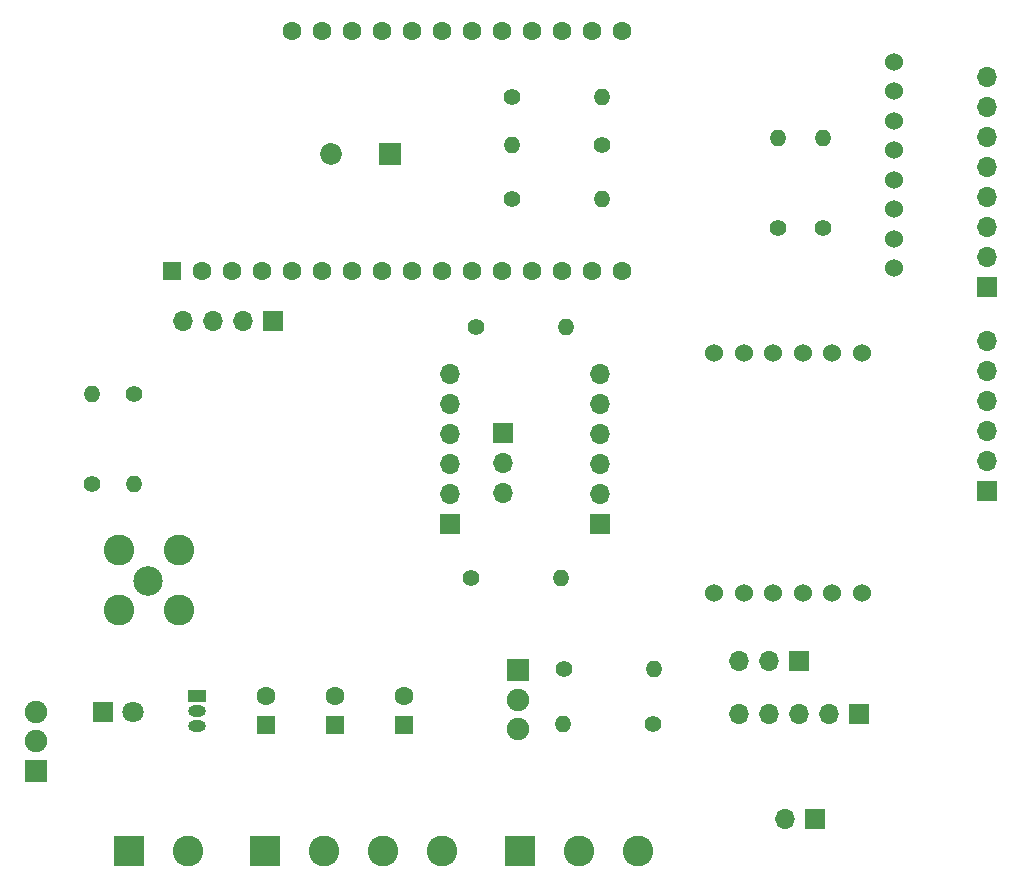
<source format=gbr>
%TF.GenerationSoftware,KiCad,Pcbnew,6.0.11-2627ca5db0~126~ubuntu22.04.1*%
%TF.CreationDate,2023-07-23T23:03:52-04:00*%
%TF.ProjectId,sweet-p,73776565-742d-4702-9e6b-696361645f70,rev?*%
%TF.SameCoordinates,Original*%
%TF.FileFunction,Copper,L2,Bot*%
%TF.FilePolarity,Positive*%
%FSLAX46Y46*%
G04 Gerber Fmt 4.6, Leading zero omitted, Abs format (unit mm)*
G04 Created by KiCad (PCBNEW 6.0.11-2627ca5db0~126~ubuntu22.04.1) date 2023-07-23 23:03:52*
%MOMM*%
%LPD*%
G01*
G04 APERTURE LIST*
%TA.AperFunction,ComponentPad*%
%ADD10R,1.900000X1.900000*%
%TD*%
%TA.AperFunction,ComponentPad*%
%ADD11C,1.900000*%
%TD*%
%TA.AperFunction,ComponentPad*%
%ADD12C,1.400000*%
%TD*%
%TA.AperFunction,ComponentPad*%
%ADD13O,1.400000X1.400000*%
%TD*%
%TA.AperFunction,ComponentPad*%
%ADD14O,1.700000X1.700000*%
%TD*%
%TA.AperFunction,ComponentPad*%
%ADD15R,1.700000X1.700000*%
%TD*%
%TA.AperFunction,ComponentPad*%
%ADD16R,1.800000X1.800000*%
%TD*%
%TA.AperFunction,ComponentPad*%
%ADD17C,1.800000*%
%TD*%
%TA.AperFunction,ComponentPad*%
%ADD18C,1.524000*%
%TD*%
%TA.AperFunction,ComponentPad*%
%ADD19R,1.500000X1.000000*%
%TD*%
%TA.AperFunction,ComponentPad*%
%ADD20O,1.500000X1.000000*%
%TD*%
%TA.AperFunction,ComponentPad*%
%ADD21R,2.600000X2.600000*%
%TD*%
%TA.AperFunction,ComponentPad*%
%ADD22C,2.600000*%
%TD*%
%TA.AperFunction,ComponentPad*%
%ADD23C,2.500000*%
%TD*%
%TA.AperFunction,ComponentPad*%
%ADD24R,1.600000X1.600000*%
%TD*%
%TA.AperFunction,ComponentPad*%
%ADD25C,1.600000*%
%TD*%
%TA.AperFunction,ComponentPad*%
%ADD26R,1.850000X1.850000*%
%TD*%
%TA.AperFunction,ComponentPad*%
%ADD27C,1.850000*%
%TD*%
G04 APERTURE END LIST*
D10*
%TO.P,S2,1*%
%TO.N,Net-(C1-Pad1)*%
X28200000Y-85455000D03*
D11*
%TO.P,S2,2*%
%TO.N,VEXT*%
X28200000Y-82955000D03*
%TO.P,S2,3*%
%TO.N,unconnected-(S2-Pad3)*%
X28200000Y-80455000D03*
%TD*%
D12*
%TO.P,R15,1*%
%TO.N,Net-(R13-Pad2)*%
X65500000Y-47900000D03*
D13*
%TO.P,R15,2*%
%TO.N,GND*%
X73120000Y-47900000D03*
%TD*%
D14*
%TO.P,U1,5,DONE*%
%TO.N,DONE*%
X87740000Y-80700000D03*
%TO.P,U1,4,DRIVE*%
%TO.N,+3V3*%
X90280000Y-80700000D03*
%TO.P,U1,3,DELAY*%
%TO.N,Net-(J2-Pad1)*%
X92820000Y-80700000D03*
%TO.P,U1,2,GND*%
%TO.N,GND*%
X95360000Y-80700000D03*
D15*
%TO.P,U1,1,VDD*%
%TO.N,Net-(C2-Pad1)*%
X97900000Y-80700000D03*
%TD*%
D13*
%TO.P,R19,2*%
%TO.N,GND*%
X36575000Y-61185000D03*
D12*
%TO.P,R19,1*%
%TO.N,DONE*%
X36575000Y-53565000D03*
%TD*%
D16*
%TO.P,D1,1,K*%
%TO.N,GND*%
X33950000Y-80475000D03*
D17*
%TO.P,D1,2,A*%
%TO.N,Net-(D1-Pad2)*%
X36490000Y-80475000D03*
%TD*%
D18*
%TO.P,U6,1,GND*%
%TO.N,GND*%
X85650000Y-50112500D03*
%TO.P,U6,2,PPS*%
%TO.N,unconnected-(U6-Pad2)*%
X88150000Y-50112500D03*
%TO.P,U6,3,VIN*%
%TO.N,+3V3*%
X90650000Y-50112500D03*
%TO.P,U6,4,RXT*%
%TO.N,unconnected-(U6-Pad4)*%
X93150000Y-50112500D03*
%TO.P,U6,5,TXO*%
%TO.N,unconnected-(U6-Pad5)*%
X95650000Y-50112500D03*
%TO.P,U6,6,WAKE*%
%TO.N,unconnected-(U6-Pad6)*%
X98150000Y-50112500D03*
%TO.P,U6,7,RST*%
%TO.N,GPS_RST*%
X98150000Y-70432500D03*
%TO.P,U6,8,SDA*%
%TO.N,SDA*%
X95650000Y-70432500D03*
%TO.P,U6,9,SCL*%
%TO.N,SCL*%
X93150000Y-70432500D03*
%TO.P,U6,10,GND*%
%TO.N,GND*%
X90650000Y-70432500D03*
%TO.P,U6,11,3V*%
%TO.N,unconnected-(U6-Pad11)*%
X88150000Y-70432500D03*
%TO.P,U6,12,VIN*%
%TO.N,unconnected-(U6-Pad12)*%
X85650000Y-70432500D03*
%TD*%
D12*
%TO.P,R4,1*%
%TO.N,Net-(R3-Pad2)*%
X80455000Y-81550000D03*
D13*
%TO.P,R4,2*%
%TO.N,GND*%
X72835000Y-81550000D03*
%TD*%
D19*
%TO.P,U2,1,GND*%
%TO.N,GND*%
X41875000Y-79105000D03*
D20*
%TO.P,U2,2,VIN*%
%TO.N,Net-(C1-Pad1)*%
X41875000Y-80375000D03*
%TO.P,U2,3,VOUT*%
%TO.N,Net-(C2-Pad1)*%
X41875000Y-81645000D03*
%TD*%
D12*
%TO.P,R2,1*%
%TO.N,Net-(R1-Pad1)*%
X72950000Y-76875000D03*
D13*
%TO.P,R2,2*%
%TO.N,GND*%
X80570000Y-76875000D03*
%TD*%
%TO.P,R17,2*%
%TO.N,GND*%
X32950000Y-53565000D03*
D12*
%TO.P,R17,1*%
%TO.N,SAT_EN*%
X32950000Y-61185000D03*
%TD*%
D21*
%TO.P,J1,1,Pin_1*%
%TO.N,VEXT*%
X36075000Y-92225000D03*
D22*
%TO.P,J1,2,Pin_2*%
%TO.N,GND*%
X41075000Y-92225000D03*
%TD*%
D12*
%TO.P,R5,1*%
%TO.N,+3V3*%
X68550000Y-28400000D03*
D13*
%TO.P,R5,2*%
%TO.N,ONEWIRE*%
X76170000Y-28400000D03*
%TD*%
D22*
%TO.P,AE1,1,A*%
%TO.N,GND*%
X40365000Y-71890000D03*
X40365000Y-66810000D03*
X35285000Y-71890000D03*
X35285000Y-66810000D03*
D23*
%TO.P,AE1,2,Shield*%
%TO.N,Net-(AE1-Pad2)*%
X37725000Y-69425000D03*
%TD*%
D15*
%TO.P,J2,1,Pin_1*%
%TO.N,Net-(J2-Pad1)*%
X92800000Y-76150000D03*
D14*
%TO.P,J2,2,Pin_2*%
%TO.N,+3V3*%
X90260000Y-76150000D03*
%TO.P,J2,3,Pin_3*%
%TO.N,DONE*%
X87720000Y-76150000D03*
%TD*%
D18*
%TO.P,U7,1,VIN*%
%TO.N,+3V3*%
X100885000Y-42925000D03*
%TO.P,U7,2,GND*%
%TO.N,GND*%
X100885000Y-40425000D03*
%TO.P,U7,3,SCL*%
%TO.N,SCL*%
X100885000Y-37925000D03*
%TO.P,U7,4,SDA*%
%TO.N,SDA*%
X100885000Y-35425000D03*
%TO.P,U7,5,VBAT*%
%TO.N,unconnected-(U7-Pad5)*%
X100885000Y-32925000D03*
%TO.P,U7,6,32K*%
%TO.N,unconnected-(U7-Pad6)*%
X100885000Y-30425000D03*
%TO.P,U7,7,SQW*%
%TO.N,RTC_INT*%
X100885000Y-27925000D03*
%TO.P,U7,8,RST*%
%TO.N,unconnected-(U7-Pad8)*%
X100885000Y-25425000D03*
%TD*%
D24*
%TO.P,C3,1*%
%TO.N,Net-(C2-Pad1)*%
X47698750Y-81603856D03*
D25*
%TO.P,C3,2*%
%TO.N,GND*%
X47698750Y-79103856D03*
%TD*%
D26*
%TO.P,BZ1,1*%
%TO.N,BUZZER*%
X58175000Y-33225000D03*
D27*
%TO.P,BZ1,2*%
%TO.N,GND*%
X53175000Y-33225000D03*
%TD*%
D12*
%TO.P,R13,1*%
%TO.N,VEXT*%
X65102500Y-69125000D03*
D13*
%TO.P,R13,2*%
%TO.N,Net-(R13-Pad2)*%
X72722500Y-69125000D03*
%TD*%
D15*
%TO.P,U3,1,VIN*%
%TO.N,+3V3*%
X76012500Y-64597500D03*
D14*
%TO.P,U3,2,GND*%
%TO.N,GND*%
X76012500Y-62057500D03*
%TO.P,U3,3,SCL*%
%TO.N,SCL*%
X76012500Y-59517500D03*
%TO.P,U3,4,SDA*%
%TO.N,SDA*%
X76012500Y-56977500D03*
%TO.P,U3,5,ADDR*%
%TO.N,unconnected-(U3-Pad5)*%
X76012500Y-54437500D03*
%TO.P,U3,6,ALRT*%
%TO.N,unconnected-(U3-Pad6)*%
X76012500Y-51897500D03*
D15*
%TO.P,U3,7,A+*%
%TO.N,unconnected-(U3-Pad7)*%
X63272500Y-64580000D03*
D14*
%TO.P,U3,8,A3*%
%TO.N,ADS_3*%
X63272500Y-62040000D03*
%TO.P,U3,9,A2*%
%TO.N,ADS_2*%
X63272500Y-59500000D03*
%TO.P,U3,10,A1*%
%TO.N,ADS_1*%
X63272500Y-56960000D03*
%TO.P,U3,11,A0*%
%TO.N,Net-(R13-Pad2)*%
X63272500Y-54420000D03*
%TO.P,U3,12,A-*%
%TO.N,unconnected-(U3-Pad12)*%
X63272500Y-51880000D03*
%TD*%
D15*
%TO.P,JP1,1,A*%
%TO.N,Net-(C2-Pad1)*%
X94175000Y-89550000D03*
D14*
%TO.P,JP1,2,B*%
%TO.N,+3V3*%
X91635000Y-89550000D03*
%TD*%
D12*
%TO.P,R7,1*%
%TO.N,LED*%
X91075000Y-39535000D03*
D13*
%TO.P,R7,2*%
%TO.N,Net-(D1-Pad2)*%
X91075000Y-31915000D03*
%TD*%
D12*
%TO.P,R12,1*%
%TO.N,+3V3*%
X68550000Y-37100000D03*
D13*
%TO.P,R12,2*%
%TO.N,SCL*%
X76170000Y-37100000D03*
%TD*%
D21*
%TO.P,J3,1,Pin_1*%
%TO.N,+3V3*%
X69225000Y-92225000D03*
D22*
%TO.P,J3,2,Pin_2*%
%TO.N,ONEWIRE*%
X74225000Y-92225000D03*
%TO.P,J3,3,Pin_3*%
%TO.N,GND*%
X79225000Y-92225000D03*
%TD*%
D12*
%TO.P,R22,1*%
%TO.N,+3V3*%
X94875000Y-39535000D03*
D13*
%TO.P,R22,2*%
%TO.N,RTC_INT*%
X94875000Y-31915000D03*
%TD*%
D24*
%TO.P,C2,1*%
%TO.N,Net-(C2-Pad1)*%
X59406250Y-81603856D03*
D25*
%TO.P,C2,2*%
%TO.N,GND*%
X59406250Y-79103856D03*
%TD*%
D21*
%TO.P,J7,1,Pin_1*%
%TO.N,GND*%
X47650000Y-92225000D03*
D22*
%TO.P,J7,2,Pin_2*%
%TO.N,+3V3*%
X52650000Y-92225000D03*
%TO.P,J7,3,Pin_3*%
%TO.N,RX*%
X57650000Y-92225000D03*
%TO.P,J7,4,Pin_4*%
%TO.N,TX*%
X62650000Y-92225000D03*
%TD*%
D12*
%TO.P,R9,1*%
%TO.N,+3V3*%
X76170000Y-32500000D03*
D13*
%TO.P,R9,2*%
%TO.N,SDA*%
X68550000Y-32500000D03*
%TD*%
D15*
%TO.P,J4,1,Pin_1*%
%TO.N,GND*%
X108725000Y-44550000D03*
D14*
%TO.P,J4,2,Pin_2*%
%TO.N,unconnected-(J4-Pad2)*%
X108725000Y-42010000D03*
%TO.P,J4,3,Pin_3*%
%TO.N,unconnected-(J4-Pad3)*%
X108725000Y-39470000D03*
%TO.P,J4,4,Pin_4*%
%TO.N,unconnected-(J4-Pad4)*%
X108725000Y-36930000D03*
%TO.P,J4,5,Pin_5*%
%TO.N,unconnected-(J4-Pad5)*%
X108725000Y-34390000D03*
%TO.P,J4,6,Pin_6*%
%TO.N,SAT_EN*%
X108725000Y-31850000D03*
%TO.P,J4,7,Pin_7*%
%TO.N,VEXT*%
X108725000Y-29310000D03*
%TO.P,J4,8,Pin_8*%
%TO.N,GND*%
X108725000Y-26770000D03*
%TD*%
D10*
%TO.P,S1,1*%
%TO.N,Net-(R1-Pad1)*%
X69025000Y-76945000D03*
D11*
%TO.P,S1,2*%
%TO.N,Net-(J2-Pad1)*%
X69025000Y-79445000D03*
%TO.P,S1,3*%
%TO.N,Net-(R3-Pad2)*%
X69025000Y-81945000D03*
%TD*%
D14*
%TO.P,U4,1,GND*%
%TO.N,GND*%
X40655000Y-47375000D03*
%TO.P,U4,2,3V3*%
%TO.N,+3V3*%
X43195000Y-47375000D03*
%TO.P,U4,3,SCL*%
%TO.N,SCL*%
X45735000Y-47375000D03*
D15*
%TO.P,U4,4,SDA*%
%TO.N,SDA*%
X48275000Y-47375000D03*
%TD*%
D24*
%TO.P,C1,1*%
%TO.N,Net-(C1-Pad1)*%
X53552500Y-81603856D03*
D25*
%TO.P,C1,2*%
%TO.N,GND*%
X53552500Y-79103856D03*
%TD*%
D15*
%TO.P,J5,1,Pin_1*%
%TO.N,ADS_1*%
X67737500Y-56900000D03*
D14*
%TO.P,J5,2,Pin_2*%
%TO.N,ADS_2*%
X67737500Y-59440000D03*
%TO.P,J5,3,Pin_3*%
%TO.N,ADS_3*%
X67737500Y-61980000D03*
%TD*%
D15*
%TO.P,J6,1,Pin_1*%
%TO.N,unconnected-(J6-Pad1)*%
X108725000Y-61750000D03*
D14*
%TO.P,J6,2,Pin_2*%
%TO.N,RX2*%
X108725000Y-59210000D03*
%TO.P,J6,3,Pin_3*%
%TO.N,TX2*%
X108725000Y-56670000D03*
%TO.P,J6,4,Pin_4*%
%TO.N,+3V3*%
X108725000Y-54130000D03*
%TO.P,J6,5,Pin_5*%
%TO.N,unconnected-(J6-Pad5)*%
X108725000Y-51590000D03*
%TO.P,J6,6,Pin_6*%
%TO.N,GND*%
X108725000Y-49050000D03*
%TD*%
D24*
%TO.P,A1,1,~{RESET}*%
%TO.N,unconnected-(A1-Pad1)*%
X39750000Y-43127500D03*
D25*
%TO.P,A1,2,3V3*%
%TO.N,+3V3*%
X42290000Y-43127500D03*
%TO.P,A1,3,AREF*%
%TO.N,unconnected-(A1-Pad3)*%
X44830000Y-43127500D03*
%TO.P,A1,4,GND*%
%TO.N,GND*%
X47370000Y-43127500D03*
%TO.P,A1,5,DAC0/A0*%
%TO.N,A0*%
X49910000Y-43127500D03*
%TO.P,A1,6,A1*%
%TO.N,SAT_EN*%
X52450000Y-43127500D03*
%TO.P,A1,7,A2*%
%TO.N,GPS_RST*%
X54990000Y-43127500D03*
%TO.P,A1,8,A3*%
%TO.N,DONE*%
X57530000Y-43127500D03*
%TO.P,A1,9,A4*%
%TO.N,RTC_INT*%
X60070000Y-43127500D03*
%TO.P,A1,10,A5*%
%TO.N,BUZZER*%
X62610000Y-43127500D03*
%TO.P,A1,11,SCK/D24*%
%TO.N,SCK*%
X65150000Y-43127500D03*
%TO.P,A1,12,MOSI/D23*%
%TO.N,MOSI*%
X67690000Y-43127500D03*
%TO.P,A1,13,MISO/D22*%
%TO.N,MISO*%
X70230000Y-43127500D03*
%TO.P,A1,14,RX/D0*%
%TO.N,RX*%
X72770000Y-43127500D03*
%TO.P,A1,15,TX/D1*%
%TO.N,TX*%
X75310000Y-43127500D03*
%TO.P,A1,16,GND*%
%TO.N,GND*%
X77850000Y-43127500D03*
%TO.P,A1,17,SDA/D20*%
%TO.N,SDA*%
X77850000Y-22807500D03*
%TO.P,A1,18,SCL/D21*%
%TO.N,SCL*%
X75310000Y-22807500D03*
%TO.P,A1,19,D5*%
%TO.N,ONEWIRE*%
X72770000Y-22807500D03*
%TO.P,A1,20,D6*%
%TO.N,LORA_CS*%
X70230000Y-22807500D03*
%TO.P,A1,21,D9*%
%TO.N,LORA_RST*%
X67690000Y-22807500D03*
%TO.P,A1,22,D10*%
%TO.N,SD_CS*%
X65150000Y-22807500D03*
%TO.P,A1,23,D11*%
%TO.N,RX2*%
X62610000Y-22807500D03*
%TO.P,A1,24,D12*%
%TO.N,TX2*%
X60070000Y-22807500D03*
%TO.P,A1,25,D13*%
%TO.N,LED*%
X57530000Y-22807500D03*
%TO.P,A1,26,USB*%
%TO.N,unconnected-(A1-Pad26)*%
X54990000Y-22807500D03*
%TO.P,A1,27,EN*%
%TO.N,EN*%
X52450000Y-22807500D03*
%TO.P,A1,28,VBAT*%
%TO.N,unconnected-(A1-Pad28)*%
X49910000Y-22807500D03*
%TD*%
M02*

</source>
